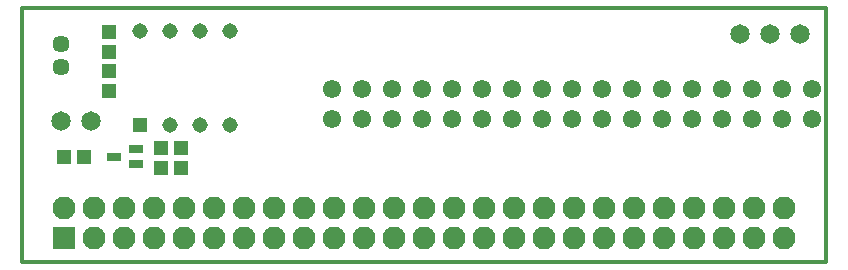
<source format=gbr>
G04 DesignSpark PCB Gerber Version 11.0 Build 5877*
%FSLAX35Y35*%
%MOIN*%
%ADD79R,0.04537X0.04537*%
%ADD114R,0.05163X0.05163*%
%ADD111R,0.07687X0.07687*%
%ADD10C,0.01200*%
%ADD115C,0.05163*%
%ADD113C,0.05718*%
%ADD110C,0.06100*%
%ADD116C,0.06516*%
%ADD112C,0.07687*%
%ADD117R,0.04734X0.02569*%
%ADD78R,0.04537X0.04537*%
X0Y0D02*
D02*
D10*
X1083Y600D02*
X269075D01*
Y85314D01*
X1083D01*
Y600D01*
D02*
D78*
X15112Y35611D03*
X21805D03*
X47310Y38424D03*
X47427Y31860D03*
X54003Y38424D03*
X54120Y31860D03*
D02*
D79*
X30083Y57526D03*
Y64219D03*
Y70656D03*
Y77348D03*
D02*
D110*
X104317Y48022D03*
Y58022D03*
X114317Y48022D03*
Y58022D03*
X124317Y48022D03*
Y58022D03*
X134317Y48022D03*
Y58022D03*
X144317Y48022D03*
Y58022D03*
X154317Y48022D03*
Y58022D03*
X164317Y48022D03*
Y58022D03*
X174317Y48022D03*
Y58022D03*
X184317Y48022D03*
Y58022D03*
X194317Y48022D03*
Y58022D03*
X204317Y48022D03*
Y58022D03*
X214317Y48022D03*
Y58022D03*
X224317Y48022D03*
Y58022D03*
X234317Y48022D03*
Y58022D03*
X244317Y48022D03*
Y58022D03*
X254317Y48022D03*
Y58022D03*
X264317Y48022D03*
Y58022D03*
D02*
D111*
X15079Y8415D03*
D02*
D112*
Y18415D03*
X25079Y8415D03*
Y18415D03*
X35079Y8415D03*
Y18415D03*
X45079Y8415D03*
Y18415D03*
X55079Y8415D03*
Y18415D03*
X65079Y8415D03*
Y18415D03*
X75079Y8415D03*
Y18415D03*
X85079Y8415D03*
Y18415D03*
X95079Y8415D03*
Y18415D03*
X105079Y8415D03*
Y18415D03*
X115079Y8415D03*
Y18415D03*
X125079Y8415D03*
Y18415D03*
X135079Y8415D03*
Y18415D03*
X145079Y8415D03*
Y18415D03*
X155079Y8415D03*
Y18415D03*
X165079Y8415D03*
Y18415D03*
X175079Y8415D03*
Y18415D03*
X185079Y8415D03*
Y18415D03*
X195079Y8415D03*
Y18415D03*
X205079Y8415D03*
Y18415D03*
X215079Y8415D03*
Y18415D03*
X225079Y8415D03*
Y18415D03*
X235079Y8415D03*
Y18415D03*
X245079Y8415D03*
Y18415D03*
X255079Y8415D03*
Y18415D03*
D02*
D113*
X14141Y65435D03*
Y73309D03*
D02*
D114*
X40404Y46243D03*
D02*
D115*
Y77495D03*
X50404Y46243D03*
Y77495D03*
X60404Y46243D03*
Y77495D03*
X70404Y46243D03*
Y77495D03*
D02*
D116*
X14141Y47490D03*
X24141D03*
X240469Y76561D03*
X250469D03*
X260469D03*
D02*
D117*
X31657Y35611D03*
X39138Y33052D03*
Y38170D03*
X0Y0D02*
M02*

</source>
